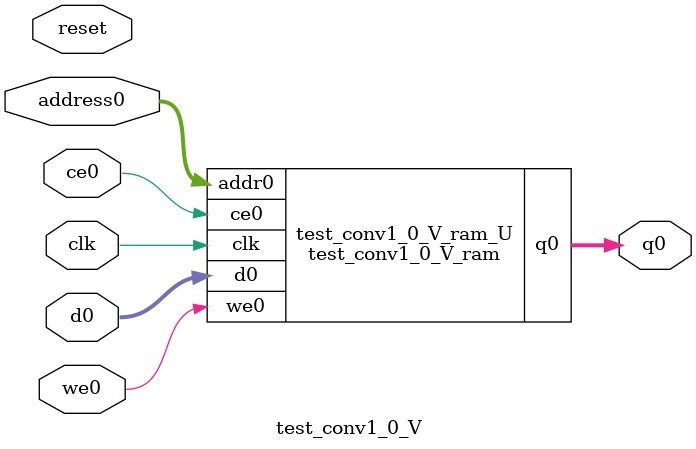
<source format=v>
`timescale 1 ns / 1 ps
module test_conv1_0_V_ram (addr0, ce0, d0, we0, q0,  clk);

parameter DWIDTH = 16;
parameter AWIDTH = 20;
parameter MEM_SIZE = 819200;

input[AWIDTH-1:0] addr0;
input ce0;
input[DWIDTH-1:0] d0;
input we0;
output reg[DWIDTH-1:0] q0;
input clk;

(* ram_style = "block" *)reg [DWIDTH-1:0] ram[0:MEM_SIZE-1];




always @(posedge clk)  
begin 
    if (ce0) begin
        if (we0) 
            ram[addr0] <= d0; 
        q0 <= ram[addr0];
    end
end


endmodule

`timescale 1 ns / 1 ps
module test_conv1_0_V(
    reset,
    clk,
    address0,
    ce0,
    we0,
    d0,
    q0);

parameter DataWidth = 32'd16;
parameter AddressRange = 32'd819200;
parameter AddressWidth = 32'd20;
input reset;
input clk;
input[AddressWidth - 1:0] address0;
input ce0;
input we0;
input[DataWidth - 1:0] d0;
output[DataWidth - 1:0] q0;



test_conv1_0_V_ram test_conv1_0_V_ram_U(
    .clk( clk ),
    .addr0( address0 ),
    .ce0( ce0 ),
    .we0( we0 ),
    .d0( d0 ),
    .q0( q0 ));

endmodule


</source>
